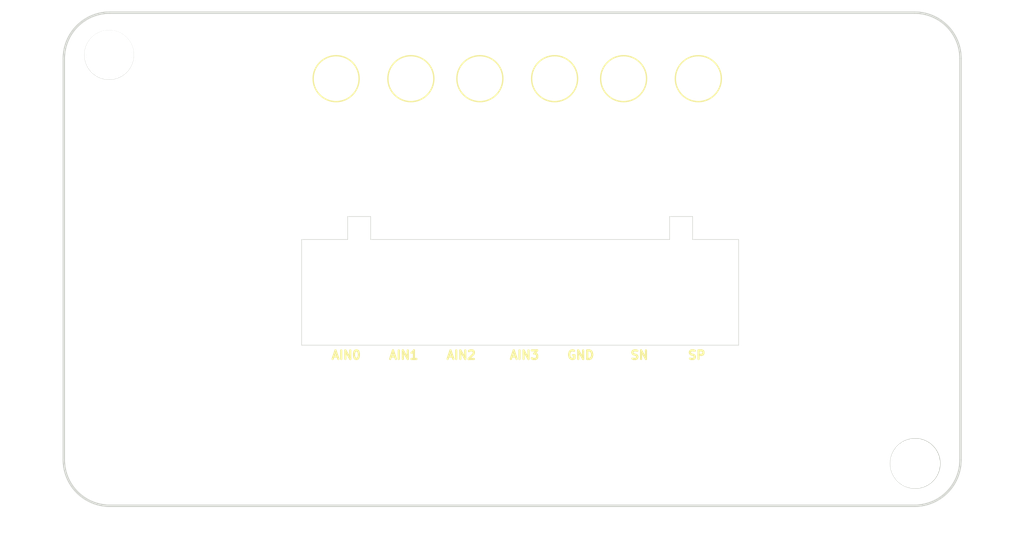
<source format=kicad_pcb>
(kicad_pcb (version 20221018) (generator pcbnew)
  (layers (0 "F.Cu" signal) (31 "B.Cu" signal) (34 "B.Paste" user) (35 "F.Paste" user) (36 "B.SilkS" user "B.Silkscreen") (37 "F.SilkS" user "F.Silkscreen") (38 "B.Mask" user) (39 "F.Mask" user) (44 "Edge.Cuts" user))
  (net 0 "")
  (footprint "MountingHole:MountingHole_4.3mm_M4" (layer "F.Cu") (at 113.26 75.92)
    (fp_text reference "REF**" hide)
    (fp_text value "MountingHole_4.3mm_M4")
    (pad "" np_thru_hole circle (at 0 0) (size 4.3 4.3) (drill 4.3) (layers "F&B.Cu" "*.Mask"))
  )
  (footprint "MountingHole:MountingHole_4.3mm_M4" (layer "F.Cu") (at 183.34 111.5)
    (fp_text reference "REF**" hide)
    (fp_text value "MountingHole_4.3mm_M4")
    (pad "" np_thru_hole circle (at 0 0) (size 4.3 4.3) (drill 4.3) (layers "F&B.Cu" "*.Mask"))
  )
  (footprint "MountingEquipment:DINRailAdapter_3xM3_PhoenixContact_1201578" (layer "F.Cu") (at 152 78)
    (fp_text reference "REF**" hide)
    (fp_text value "DINRailAdapter_3xM3_PhoenixContact_1201578")
    (fp_circle (center -12.5 0) (end -10.5 0) (stroke (width 0.12)) (fill none) (layer "F.SilkS"))
    (fp_circle (center 0 0) (end 2 0) (stroke (width 0.12)) (fill none) (layer "F.SilkS"))
    (fp_circle (center 12.5 0) (end 14.5 0) (stroke (width 0.12)) (fill none) (layer "F.SilkS"))
    (pad "" np_thru_hole circle (at -12.5 0) (size 3.2 3.2) (drill 3.2) (layers "*.Cu" "*.Mask"))
    (pad "" np_thru_hole circle (at 0 0) (size 3.2 3.2) (drill 3.2) (layers "*.Cu" "*.Mask"))
    (pad "" np_thru_hole circle (at 12.5 0) (size 3.2 3.2) (drill 3.2) (layers "*.Cu" "*.Mask"))
  )
  (footprint "MountingHole:MountingHole_3.2mm_M3" (layer "F.Cu") (at 125.92 96.5)
    (fp_text reference "REF**" hide)
    (fp_text value "MountingHole_3.2mm_M3")
    (pad "" np_thru_hole circle (at 0 0) (size 3.2 3.2) (drill 3.2) (layers "F&B.Cu" "*.Mask"))
  )
  (footprint "MountingHole:MountingHole_4.3mm_M4" (layer "F.Cu") (at 113.25 111.49)
    (fp_text reference "REF**" hide)
    (fp_text value "MountingHole_4.3mm_M4")
    (pad "" np_thru_hole circle (at 0 0) (size 4.3 4.3) (drill 4.3) (layers "F&B.Cu" "*.Mask"))
  )
  (footprint "MountingHole:MountingHole_4.3mm_M4" (layer "F.Cu") (at 183.36 75.94)
    (fp_text reference "REF**" hide)
    (fp_text value "MountingHole_4.3mm_M4")
    (pad "" np_thru_hole circle (at 0 0) (size 4.3 4.3) (drill 4.3) (layers "F&B.Cu" "*.Mask"))
  )
  (footprint "MountingHole:MountingHole_3.2mm_M3" (layer "F.Cu") (at 172 96.5)
    (fp_text reference "REF**" hide)
    (fp_text value "MountingHole_3.2mm_M3")
    (pad "" np_thru_hole circle (at 0 0) (size 3.2 3.2) (drill 3.2) (layers "F&B.Cu" "*.Mask"))
  )
  (footprint "MountingEquipment:DINRailAdapter_3xM3_PhoenixContact_1201578" (layer "F.Cu") (at 145.5 78)
    (fp_text reference "REF**" hide)
    (fp_text value "DINRailAdapter_3xM3_PhoenixContact_1201578")
    (fp_circle (center -12.5 0) (end -10.5 0) (stroke (width 0.12)) (fill none) (layer "F.SilkS"))
    (fp_circle (center 0 0) (end 2 0) (stroke (width 0.12)) (fill none) (layer "F.SilkS"))
    (fp_circle (center 12.5 0) (end 14.5 0) (stroke (width 0.12)) (fill none) (layer "F.SilkS"))
    (pad "" np_thru_hole circle (at -12.5 0) (size 3.2 3.2) (drill 3.2) (layers "*.Cu" "*.Mask"))
    (pad "" np_thru_hole circle (at 0 0) (size 3.2 3.2) (drill 3.2) (layers "*.Cu" "*.Mask"))
    (pad "" np_thru_hole circle (at 12.5 0) (size 3.2 3.2) (drill 3.2) (layers "*.Cu" "*.Mask"))
  )
  (gr_line (start 134 92) (end 134 90) (stroke (width 0.05)) (layer "Edge.Cuts"))
  (gr_line (start 183.298 115.176) (end 113.32 115.176) (stroke (width 0.2)) (layer "Edge.Cuts"))
  (gr_circle (center 183.361 111.493) (end 185.468265 111.493) (stroke (width 0.2)) (fill none) (layer "Edge.Cuts"))
  (gr_line (start 162 90) (end 162 92) (stroke (width 0.05)) (layer "Edge.Cuts"))
  (gr_line (start 109.32 76.24) (end 109.32 111.186) (stroke (width 0.2)) (layer "Edge.Cuts"))
  (gr_line (start 130 101.2) (end 130 92) (stroke (width 0.05)) (layer "Edge.Cuts"))
  (gr_line (start 168 101.2) (end 168 92) (stroke (width 0.05)) (layer "Edge.Cuts"))
  (gr_line (start 162 92) (end 136 92) (stroke (width 0.05)) (layer "Edge.Cuts"))
  (gr_circle (center 183.361 75.933) (end 185.297331 75.933) (stroke (width 0.2)) (fill none) (layer "Edge.Cuts"))
  (gr_arc (start 113.31 115.176) (mid 110.488644 114.007356) (end 109.32 111.186) (stroke (width 0.2)) (layer "Edge.Cuts"))
  (gr_arc (start 187.298 111.176) (mid 186.126427 114.004427) (end 183.298 115.176) (stroke (width 0.2)) (layer "Edge.Cuts"))
  (gr_arc (start 187.298 111.186) (mid 186.129356 114.007356) (end 183.308 115.176) (stroke (width 0.2)) (layer "Edge.Cuts"))
  (gr_line (start 134 90) (end 136 90) (stroke (width 0.05)) (layer "Edge.Cuts"))
  (gr_arc (start 109.32 76.24) (mid 110.488644 73.418644) (end 113.31 72.25) (stroke (width 0.2)) (layer "Edge.Cuts"))
  (gr_line (start 136 90) (end 136 92) (stroke (width 0.05)) (layer "Edge.Cuts"))
  (gr_line (start 130 92) (end 134 92) (stroke (width 0.05)) (layer "Edge.Cuts"))
  (gr_line (start 187.298 111.186) (end 187.298 76.24) (stroke (width 0.2)) (layer "Edge.Cuts"))
  (gr_line (start 183.308 72.25) (end 113.31 72.25) (stroke (width 0.2)) (layer "Edge.Cuts"))
  (gr_line (start 164 90) (end 162 90) (stroke (width 0.05)) (layer "Edge.Cuts"))
  (gr_line (start 130 101.2) (end 168 101.2) (stroke (width 0.05)) (layer "Edge.Cuts"))
  (gr_circle (center 113.257 111.493) (end 115.236989 111.493) (stroke (width 0.2)) (fill none) (layer "Edge.Cuts"))
  (gr_line (start 113.31 115.176) (end 183.308 115.176) (stroke (width 0.2)) (layer "Edge.Cuts"))
  (gr_line (start 113.32 72.25) (end 183.298 72.25) (stroke (width 0.2)) (layer "Edge.Cuts"))
  (gr_arc (start 113.32 115.176) (mid 110.491573 114.004427) (end 109.32 111.176) (stroke (width 0.2)) (layer "Edge.Cuts"))
  (gr_line (start 109.32 111.176) (end 109.32 76.25) (stroke (width 0.2)) (layer "Edge.Cuts"))
  (gr_arc (start 183.308 72.25) (mid 186.129356 73.418644) (end 187.298 76.24) (stroke (width 0.2)) (layer "Edge.Cuts"))
  (gr_line (start 187.298 76.25) (end 187.298 111.176) (stroke (width 0.2)) (layer "Edge.Cuts"))
  (gr_line (start 164 92) (end 164 90) (stroke (width 0.05)) (layer "Edge.Cuts"))
  (gr_line (start 168 92) (end 164 92) (stroke (width 0.05)) (layer "Edge.Cuts"))
  (gr_circle (center 113.257 75.933) (end 115.323801 75.933) (stroke (width 0.2)) (fill none) (layer "Edge.Cuts"))
  (gr_arc (start 183.298 72.25) (mid 186.126427 73.421573) (end 187.298 76.25) (stroke (width 0.2)) (layer "Edge.Cuts"))
  (gr_arc (start 109.32 76.25) (mid 110.491573 73.421573) (end 113.32 72.25) (stroke (width 0.2)) (layer "Edge.Cuts"))
  (gr_text "AIN2" (at 142.5 102.5) (layer "F.SilkS") (effects (font (size 0.75 0.75) (thickness 0.1875) bold) (justify left bottom)))
  (gr_text "AIN3" (at 148 102.5) (layer "F.SilkS") (effects (font (size 0.75 0.75) (thickness 0.1875) bold) (justify left bottom)))
  (gr_text "AIN1\n" (at 137.5 102.5) (layer "F.SilkS") (effects (font (size 0.75 0.75) (thickness 0.1875) bold) (justify left bottom)))
  (gr_text "GND" (at 153 102.5) (layer "F.SilkS") (effects (font (size 0.75 0.75) (thickness 0.1875) bold) (justify left bottom)))
  (gr_text "SN" (at 158.5 102.5) (layer "F.SilkS") (effects (font (size 0.75 0.75) (thickness 0.1875) bold) (justify left bottom)))
  (gr_text "AIN0\n" (at 132.5 102.5) (layer "F.SilkS") (effects (font (size 0.75 0.75) (thickness 0.1875) bold) (justify left bottom)))
  (gr_text "SP" (at 163.5 102.5) (layer "F.SilkS") (effects (font (size 0.75 0.75) (thickness 0.1875) bold) (justify left bottom)))
)
</source>
